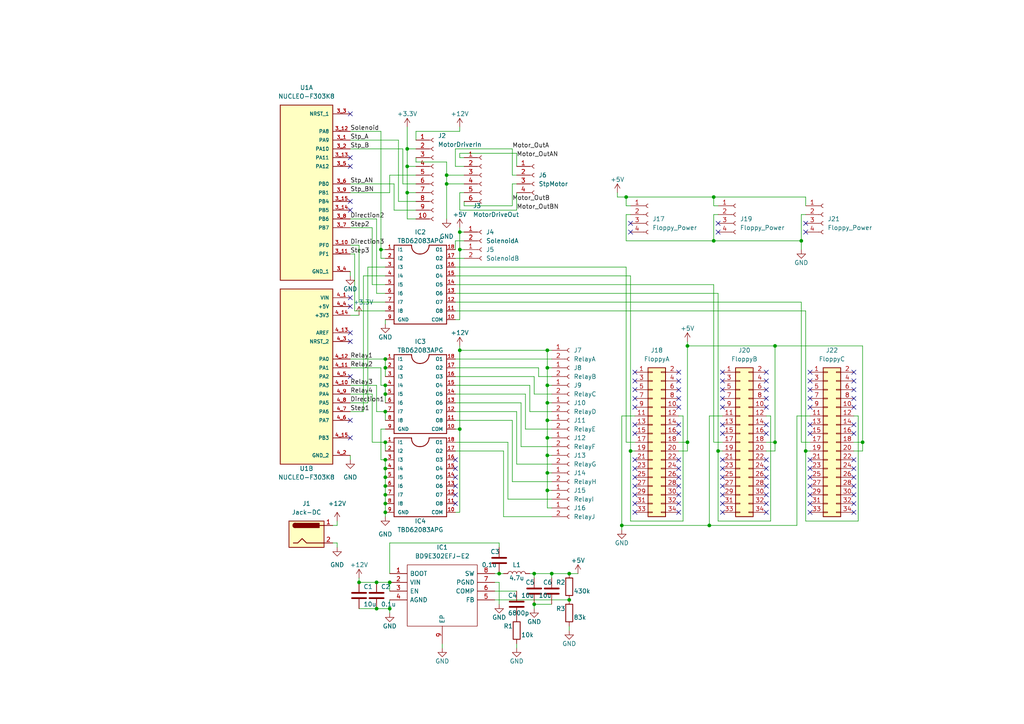
<source format=kicad_sch>
(kicad_sch (version 20211123) (generator eeschema)
  (paper "A4")
  (lib_symbols
    (symbol "BD9E302EFJ-E2:BD9E302EFJ-E2" (pin_names (offset 0.762))
      (property "Reference" "IC" (at 26.67 7.62 0))
      (property "Value" "BD9E302EFJ-E2" (at 26.67 5.08 0))
      (symbol "BD9E302EFJ-E2_0_0"
        (pin passive line (at 0 0 0) (length 5.08) (name "BOOT") (number "1"))
        (pin passive line (at 0 -2.54 0) (length 5.08) (name "VIN") (number "2"))
        (pin passive line (at 0 -5.08 0) (length 5.08) (name "EN") (number "3"))
        (pin passive line (at 0 -7.62 0) (length 5.08) (name "AGND") (number "4"))
        (pin passive line (at 30.48 -7.62 180) (length 5.08) (name "FB") (number "5"))
        (pin passive line (at 30.48 -5.08 180) (length 5.08) (name "COMP") (number "6"))
        (pin passive line (at 30.48 -2.54 180) (length 5.08) (name "PGND") (number "7"))
        (pin passive line (at 30.48 0 180) (length 5.08) (name "SW") (number "8"))
        (pin passive line (at 15.24 -20.32 90) (length 5.08) (name "EP") (number "9"))
      )
    )
    (symbol "Connector:Conn_01x02_Female" (pin_names (offset 1.016) hide)
      (property "Reference" "J" (at 0 2.54 0))
      (property "Value" "Conn_01x02_Female" (at 0 -5.08 0))
      (symbol "Conn_01x02_Female_1_1"
        (pin passive line (at -5.08 0 0) (length 3.81) (name "Pin_1") (number "1"))
        (pin passive line (at -5.08 -2.54 0) (length 3.81) (name "Pin_2") (number "2"))
      )
    )
    (symbol "Connector:Conn_01x04_Female" (pin_names (offset 1.016) hide)
      (property "Reference" "J" (at 0 5.08 0))
      (property "Value" "Conn_01x04_Female" (at 0 -7.62 0))
      (symbol "Conn_01x04_Female_1_1"
        (pin passive line (at -5.08 2.54 0) (length 3.81) (name "Pin_1") (number "1"))
        (pin passive line (at -5.08 0 0) (length 3.81) (name "Pin_2") (number "2"))
        (pin passive line (at -5.08 -2.54 0) (length 3.81) (name "Pin_3") (number "3"))
        (pin passive line (at -5.08 -5.08 0) (length 3.81) (name "Pin_4") (number "4"))
      )
    )
    (symbol "Connector:Conn_01x06_Female" (pin_names (offset 1.016) hide)
      (property "Reference" "J" (at 0 7.62 0))
      (property "Value" "Conn_01x06_Female" (at 0 -10.16 0))
      (symbol "Conn_01x06_Female_1_1"
        (pin passive line (at -5.08 5.08 0) (length 3.81) (name "Pin_1") (number "1"))
        (pin passive line (at -5.08 2.54 0) (length 3.81) (name "Pin_2") (number "2"))
        (pin passive line (at -5.08 0 0) (length 3.81) (name "Pin_3") (number "3"))
        (pin passive line (at -5.08 -2.54 0) (length 3.81) (name "Pin_4") (number "4"))
        (pin passive line (at -5.08 -5.08 0) (length 3.81) (name "Pin_5") (number "5"))
        (pin passive line (at -5.08 -7.62 0) (length 3.81) (name "Pin_6") (number "6"))
      )
    )
    (symbol "Connector:Conn_01x10_Female" (pin_names (offset 1.016) hide)
      (property "Reference" "J" (at 0 12.7 0))
      (property "Value" "Conn_01x10_Female" (at 0 -15.24 0))
      (symbol "Conn_01x10_Female_1_1"
        (pin passive line (at -5.08 10.16 0) (length 3.81) (name "Pin_1") (number "1"))
        (pin passive line (at -5.08 -12.7 0) (length 3.81) (name "Pin_10") (number "10"))
        (pin passive line (at -5.08 7.62 0) (length 3.81) (name "Pin_2") (number "2"))
        (pin passive line (at -5.08 5.08 0) (length 3.81) (name "Pin_3") (number "3"))
        (pin passive line (at -5.08 2.54 0) (length 3.81) (name "Pin_4") (number "4"))
        (pin passive line (at -5.08 0 0) (length 3.81) (name "Pin_5") (number "5"))
        (pin passive line (at -5.08 -2.54 0) (length 3.81) (name "Pin_6") (number "6"))
        (pin passive line (at -5.08 -5.08 0) (length 3.81) (name "Pin_7") (number "7"))
        (pin passive line (at -5.08 -7.62 0) (length 3.81) (name "Pin_8") (number "8"))
        (pin passive line (at -5.08 -10.16 0) (length 3.81) (name "Pin_9") (number "9"))
      )
    )
    (symbol "Connector:Jack-DC" (pin_names (offset 1.016))
      (property "Reference" "J" (at 0 5.334 0))
      (property "Value" "Jack-DC" (at 0 -5.08 0))
      (symbol "Jack-DC_1_1"
        (pin passive line (at 7.62 2.54 180) (length 2.54) (name "~") (number "1"))
        (pin passive line (at 7.62 -2.54 180) (length 2.54) (name "~") (number "2"))
      )
    )
    (symbol "Connector_Generic:Conn_02x17_Odd_Even" (pin_names (offset 1.016) hide)
      (property "Reference" "J" (at 1.27 22.86 0))
      (property "Value" "Conn_02x17_Odd_Even" (at 1.27 -22.86 0))
      (symbol "Conn_02x17_Odd_Even_1_1"
        (pin passive line (at -5.08 20.32 0) (length 3.81) (name "Pin_1") (number "1"))
        (pin passive line (at 7.62 10.16 180) (length 3.81) (name "Pin_10") (number "10"))
        (pin passive line (at -5.08 7.62 0) (length 3.81) (name "Pin_11") (number "11"))
        (pin passive line (at 7.62 7.62 180) (length 3.81) (name "Pin_12") (number "12"))
        (pin passive line (at -5.08 5.08 0) (length 3.81) (name "Pin_13") (number "13"))
        (pin passive line (at 7.62 5.08 180) (length 3.81) (name "Pin_14") (number "14"))
        (pin passive line (at -5.08 2.54 0) (length 3.81) (name "Pin_15") (number "15"))
        (pin passive line (at 7.62 2.54 180) (length 3.81) (name "Pin_16") (number "16"))
        (pin passive line (at -5.08 0 0) (length 3.81) (name "Pin_17") (number "17"))
        (pin passive line (at 7.62 0 180) (length 3.81) (name "Pin_18") (number "18"))
        (pin passive line (at -5.08 -2.54 0) (length 3.81) (name "Pin_19") (number "19"))
        (pin passive line (at 7.62 20.32 180) (length 3.81) (name "Pin_2") (number "2"))
        (pin passive line (at 7.62 -2.54 180) (length 3.81) (name "Pin_20") (number "20"))
        (pin passive line (at -5.08 -5.08 0) (length 3.81) (name "Pin_21") (number "21"))
        (pin passive line (at 7.62 -5.08 180) (length 3.81) (name "Pin_22") (number "22"))
        (pin passive line (at -5.08 -7.62 0) (length 3.81) (name "Pin_23") (number "23"))
        (pin passive line (at 7.62 -7.62 180) (length 3.81) (name "Pin_24") (number "24"))
        (pin passive line (at -5.08 -10.16 0) (length 3.81) (name "Pin_25") (number "25"))
        (pin passive line (at 7.62 -10.16 180) (length 3.81) (name "Pin_26") (number "26"))
        (pin passive line (at -5.08 -12.7 0) (length 3.81) (name "Pin_27") (number "27"))
        (pin passive line (at 7.62 -12.7 180) (length 3.81) (name "Pin_28") (number "28"))
        (pin passive line (at -5.08 -15.24 0) (length 3.81) (name "Pin_29") (number "29"))
        (pin passive line (at -5.08 17.78 0) (length 3.81) (name "Pin_3") (number "3"))
        (pin passive line (at 7.62 -15.24 180) (length 3.81) (name "Pin_30") (number "30"))
        (pin passive line (at -5.08 -17.78 0) (length 3.81) (name "Pin_31") (number "31"))
        (pin passive line (at 7.62 -17.78 180) (length 3.81) (name "Pin_32") (number "32"))
        (pin passive line (at -5.08 -20.32 0) (length 3.81) (name "Pin_33") (number "33"))
        (pin passive line (at 7.62 -20.32 180) (length 3.81) (name "Pin_34") (number "34"))
        (pin passive line (at 7.62 17.78 180) (length 3.81) (name "Pin_4") (number "4"))
        (pin passive line (at -5.08 15.24 0) (length 3.81) (name "Pin_5") (number "5"))
        (pin passive line (at 7.62 15.24 180) (length 3.81) (name "Pin_6") (number "6"))
        (pin passive line (at -5.08 12.7 0) (length 3.81) (name "Pin_7") (number "7"))
        (pin passive line (at 7.62 12.7 180) (length 3.81) (name "Pin_8") (number "8"))
        (pin passive line (at -5.08 10.16 0) (length 3.81) (name "Pin_9") (number "9"))
      )
    )
    (symbol "Device:C" (pin_numbers hide) (pin_names (offset 0.254))
      (property "Reference" "C" (at 0.635 2.54 0))
      (property "Value" "C" (at 0.635 -2.54 0))
      (symbol "C_1_1"
        (pin passive line (at 0 3.81 270) (length 2.794) (name "~") (number "1"))
        (pin passive line (at 0 -3.81 90) (length 2.794) (name "~") (number "2"))
      )
    )
    (symbol "Device:L" (pin_numbers hide) (pin_names (offset 1.016) hide)
      (property "Reference" "L" (at -1.27 0 90))
      (property "Value" "L" (at 1.905 0 90))
      (symbol "L_1_1"
        (pin passive line (at 0 3.81 270) (length 1.27) (name "1") (number "1"))
        (pin passive line (at 0 -3.81 90) (length 1.27) (name "2") (number "2"))
      )
    )
    (symbol "Device:R" (pin_numbers hide) (pin_names (offset 0))
      (property "Reference" "R" (at 2.032 0 90))
      (property "Value" "R" (at 0 0 90))
      (symbol "R_1_1"
        (pin passive line (at 0 3.81 270) (length 1.27) (name "~") (number "1"))
        (pin passive line (at 0 -3.81 90) (length 1.27) (name "~") (number "2"))
      )
    )
    (symbol "NUCLEO-F303K8:NUCLEO-F303K8" (pin_names (offset 1.016))
      (property "Reference" "U" (at -7.6292 25.9456 0))
      (property "Value" "NUCLEO-F303K8" (at -7.6233 -27.7005 0))
      (symbol "NUCLEO-F303K8_1_0"
        (pin bidirectional line (at 12.7 15.24 180) (length 5.08) (name "PA9") (number "3_1"))
        (pin bidirectional line (at 12.7 -15.24 180) (length 5.08) (name "PF0") (number "3_10"))
        (pin bidirectional line (at 12.7 -17.78 180) (length 5.08) (name "PF1") (number "3_11"))
        (pin bidirectional line (at 12.7 17.78 180) (length 5.08) (name "PA8") (number "3_12"))
        (pin bidirectional line (at 12.7 10.16 180) (length 5.08) (name "PA11") (number "3_13"))
        (pin bidirectional line (at 12.7 -5.08 180) (length 5.08) (name "PB5") (number "3_14"))
        (pin bidirectional line (at 12.7 -2.54 180) (length 5.08) (name "PB4") (number "3_15"))
        (pin bidirectional line (at 12.7 12.7 180) (length 5.08) (name "PA10") (number "3_2"))
        (pin bidirectional line (at 12.7 22.86 180) (length 5.08) (name "NRST_1") (number "3_3"))
        (pin power_in line (at 12.7 -22.86 180) (length 5.08) (name "GND_1") (number "3_4"))
        (pin bidirectional line (at 12.7 7.62 180) (length 5.08) (name "PA12") (number "3_5"))
        (pin bidirectional line (at 12.7 2.54 180) (length 5.08) (name "PB0") (number "3_6"))
        (pin bidirectional line (at 12.7 -10.16 180) (length 5.08) (name "PB7") (number "3_7"))
        (pin bidirectional line (at 12.7 -7.62 180) (length 5.08) (name "PB6") (number "3_8"))
        (pin bidirectional line (at 12.7 0 180) (length 5.08) (name "PB1") (number "3_9"))
      )
      (symbol "NUCLEO-F303K8_2_0"
        (pin power_in line (at 12.7 22.86 180) (length 5.08) (name "VIN") (number "4_1"))
        (pin bidirectional line (at 12.7 -2.54 180) (length 5.08) (name "PA3") (number "4_10"))
        (pin bidirectional line (at 12.7 2.54 180) (length 5.08) (name "PA1") (number "4_11"))
        (pin bidirectional line (at 12.7 5.08 180) (length 5.08) (name "PA0") (number "4_12"))
        (pin bidirectional line (at 12.7 12.7 180) (length 5.08) (name "AREF") (number "4_13"))
        (pin power_in line (at 12.7 17.78 180) (length 5.08) (name "+3V3") (number "4_14"))
        (pin bidirectional line (at 12.7 -17.78 180) (length 5.08) (name "PB3") (number "4_15"))
        (pin power_in line (at 12.7 -22.86 180) (length 5.08) (name "GND_2") (number "4_2"))
        (pin bidirectional line (at 12.7 10.16 180) (length 5.08) (name "NRST_2") (number "4_3"))
        (pin power_in line (at 12.7 20.32 180) (length 5.08) (name "+5V") (number "4_4"))
        (pin bidirectional line (at 12.7 0 180) (length 5.08) (name "PA2") (number "4_5"))
        (pin bidirectional line (at 12.7 -12.7 180) (length 5.08) (name "PA7") (number "4_6"))
        (pin bidirectional line (at 12.7 -10.16 180) (length 5.08) (name "PA6") (number "4_7"))
        (pin bidirectional line (at 12.7 -7.62 180) (length 5.08) (name "PA5") (number "4_8"))
        (pin bidirectional line (at 12.7 -5.08 180) (length 5.08) (name "PA4") (number "4_9"))
      )
    )
    (symbol "TBD62083APG:TBD62083APG" (pin_names (offset 1.016))
      (property "Reference" "IC" (at -4.445 12.065 0))
      (property "Value" "TBD62083APG" (at -4.445 -13.97 0))
      (symbol "TBD62083APG_0_0"
        (pin passive line (at -7.62 10.16 0) (length 2.54) (name "I1") (number "1"))
        (pin passive line (at 12.7 -10.16 180) (length 2.54) (name "COM") (number "10"))
        (pin passive line (at 12.7 -7.62 180) (length 2.54) (name "O8") (number "11"))
        (pin passive line (at 12.7 -5.08 180) (length 2.54) (name "O7") (number "12"))
        (pin passive line (at 12.7 -2.54 180) (length 2.54) (name "O6") (number "13"))
        (pin passive line (at 12.7 0 180) (length 2.54) (name "O5") (number "14"))
        (pin passive line (at 12.7 2.54 180) (length 2.54) (name "O4") (number "15"))
        (pin passive line (at 12.7 5.08 180) (length 2.54) (name "O3") (number "16"))
        (pin passive line (at 12.7 7.62 180) (length 2.54) (name "O2") (number "17"))
        (pin passive line (at 12.7 10.16 180) (length 2.54) (name "O1") (number "18"))
        (pin passive line (at -7.62 7.62 0) (length 2.54) (name "I2") (number "2"))
        (pin passive line (at -7.62 5.08 0) (length 2.54) (name "I3") (number "3"))
        (pin passive line (at -7.62 2.54 0) (length 2.54) (name "I4") (number "4"))
        (pin passive line (at -7.62 0 0) (length 2.54) (name "I5") (number "5"))
        (pin passive line (at -7.62 -2.54 0) (length 2.54) (name "I6") (number "6"))
        (pin passive line (at -7.62 -5.08 0) (length 2.54) (name "I7") (number "7"))
        (pin passive line (at -7.62 -7.62 0) (length 2.54) (name "I8") (number "8"))
        (pin passive line (at -7.62 -10.16 0) (length 2.54) (name "GND") (number "9"))
      )
    )
    (symbol "power:+12V" (power) (pin_names (offset 0))
      (property "Value" "+12V" (at 0 3.556 0))
      (symbol "+12V_1_1"
        (pin power_in line (at 0 0 90) (length 0) hide (name "+12V") (number "1"))
      )
    )
    (symbol "power:+3.3V" (power) (pin_names (offset 0))
      (property "Value" "+3.3V" (at 0 3.556 0))
      (symbol "+3.3V_1_1"
        (pin power_in line (at 0 0 90) (length 0) hide (name "+3.3V") (number "1"))
      )
    )
    (symbol "power:+5V" (power) (pin_names (offset 0))
      (property "Value" "+5V" (at 0 3.556 0))
      (symbol "+5V_1_1"
        (pin power_in line (at 0 0 90) (length 0) hide (name "+5V") (number "1"))
      )
    )
    (symbol "power:GND" (power) (pin_names (offset 0))
      (property "Value" "GND" (at 0 -3.81 0))
      (symbol "GND_1_1"
        (pin power_in line (at 0 0 270) (length 0) hide (name "GND") (number "1"))
      )
    )
  )
  (junction (at 250.19 128.27))
  (junction (at 113.03 168.91))
  (junction (at 133.35 72.39))
  (junction (at 129.54 50.8))
  (junction (at 158.75 137.16))
  (junction (at 199.39 128.27))
  (junction (at 158.75 127))
  (junction (at 233.68 130.81))
  (junction (at 165.1 166.37))
  (junction (at 109.22 168.91))
  (junction (at 158.75 121.92))
  (junction (at 110.49 72.39))
  (junction (at 158.75 111.76))
  (junction (at 154.94 175.26))
  (junction (at 158.75 116.84))
  (junction (at 111.76 135.89))
  (junction (at 207.01 69.85))
  (junction (at 111.76 111.76))
  (junction (at 111.76 146.05))
  (junction (at 182.88 130.81))
  (junction (at 111.76 119.38))
  (junction (at 158.75 106.68))
  (junction (at 129.54 53.34))
  (junction (at 158.75 142.24))
  (junction (at 104.14 168.91))
  (junction (at 133.35 67.31))
  (junction (at 111.76 138.43))
  (junction (at 111.76 114.3))
  (junction (at 111.76 148.59))
  (junction (at 181.61 57.15))
  (junction (at 158.75 132.08))
  (junction (at 144.78 166.37))
  (junction (at 118.11 43.18))
  (junction (at 133.35 101.6))
  (junction (at 158.75 101.6))
  (junction (at 111.76 104.14))
  (junction (at 109.22 176.53))
  (junction (at 224.79 100.33))
  (junction (at 199.39 100.33))
  (junction (at 111.76 106.68))
  (junction (at 133.35 124.46))
  (junction (at 111.76 133.35))
  (junction (at 205.74 152.4))
  (junction (at 224.79 128.27))
  (junction (at 160.02 166.37))
  (junction (at 232.41 69.85))
  (junction (at 154.94 166.37))
  (junction (at 118.11 48.26))
  (junction (at 111.76 143.51))
  (junction (at 207.01 57.15))
  (junction (at 111.76 128.27))
  (junction (at 113.03 176.53))
  (junction (at 111.76 140.97))
  (junction (at 118.11 55.88))
  (junction (at 208.28 130.81))
  (junction (at 165.1 173.99))
  (junction (at 180.34 152.4))
  (no_connect (at 234.95 123.19))
  (no_connect (at 234.95 118.11))
  (no_connect (at 234.95 113.03))
  (no_connect (at 234.95 115.57))
  (no_connect (at 234.95 146.05))
  (no_connect (at 234.95 143.51))
  (no_connect (at 234.95 140.97))
  (no_connect (at 247.65 125.73))
  (no_connect (at 234.95 125.73))
  (no_connect (at 247.65 123.19))
  (no_connect (at 132.08 135.89))
  (no_connect (at 132.08 138.43))
  (no_connect (at 132.08 140.97))
  (no_connect (at 132.08 143.51))
  (no_connect (at 132.08 146.05))
  (no_connect (at 132.08 133.35))
  (no_connect (at 222.25 107.95))
  (no_connect (at 222.25 115.57))
  (no_connect (at 222.25 118.11))
  (no_connect (at 222.25 110.49))
  (no_connect (at 222.25 113.03))
  (no_connect (at 196.85 125.73))
  (no_connect (at 209.55 115.57))
  (no_connect (at 209.55 148.59))
  (no_connect (at 196.85 146.05))
  (no_connect (at 196.85 138.43))
  (no_connect (at 196.85 148.59))
  (no_connect (at 184.15 135.89))
  (no_connect (at 184.15 133.35))
  (no_connect (at 184.15 138.43))
  (no_connect (at 184.15 140.97))
  (no_connect (at 196.85 143.51))
  (no_connect (at 196.85 140.97))
  (no_connect (at 196.85 135.89))
  (no_connect (at 196.85 133.35))
  (no_connect (at 184.15 146.05))
  (no_connect (at 184.15 143.51))
  (no_connect (at 184.15 148.59))
  (no_connect (at 184.15 115.57))
  (no_connect (at 222.25 135.89))
  (no_connect (at 222.25 125.73))
  (no_connect (at 222.25 123.19))
  (no_connect (at 222.25 133.35))
  (no_connect (at 222.25 138.43))
  (no_connect (at 222.25 140.97))
  (no_connect (at 222.25 148.59))
  (no_connect (at 222.25 146.05))
  (no_connect (at 222.25 143.51))
  (no_connect (at 184.15 118.11))
  (no_connect (at 184.15 107.95))
  (no_connect (at 184.15 110.49))
  (no_connect (at 184.15 125.73))
  (no_connect (at 184.15 123.19))
  (no_connect (at 184.15 113.03))
  (no_connect (at 209.55 107.95))
  (no_connect (at 209.55 118.11))
  (no_connect (at 196.85 123.19))
  (no_connect (at 196.85 115.57))
  (no_connect (at 196.85 118.11))
  (no_connect (at 196.85 110.49))
  (no_connect (at 196.85 113.03))
  (no_connect (at 196.85 107.95))
  (no_connect (at 209.55 113.03))
  (no_connect (at 209.55 110.49))
  (no_connect (at 209.55 143.51))
  (no_connect (at 209.55 146.05))
  (no_connect (at 209.55 138.43))
  (no_connect (at 209.55 135.89))
  (no_connect (at 209.55 140.97))
  (no_connect (at 209.55 125.73))
  (no_connect (at 209.55 133.35))
  (no_connect (at 209.55 123.19))
  (no_connect (at 234.95 148.59))
  (no_connect (at 247.65 140.97))
  (no_connect (at 247.65 148.59))
  (no_connect (at 247.65 146.05))
  (no_connect (at 247.65 143.51))
  (no_connect (at 247.65 138.43))
  (no_connect (at 247.65 135.89))
  (no_connect (at 247.65 133.35))
  (no_connect (at 234.95 133.35))
  (no_connect (at 234.95 138.43))
  (no_connect (at 234.95 135.89))
  (no_connect (at 208.28 64.77))
  (no_connect (at 182.88 67.31))
  (no_connect (at 182.88 64.77))
  (no_connect (at 101.6 99.06))
  (no_connect (at 101.6 96.52))
  (no_connect (at 101.6 88.9))
  (no_connect (at 101.6 86.36))
  (no_connect (at 101.6 109.22))
  (no_connect (at 101.6 121.92))
  (no_connect (at 101.6 127))
  (no_connect (at 101.6 58.42))
  (no_connect (at 101.6 60.96))
  (no_connect (at 101.6 48.26))
  (no_connect (at 101.6 33.02))
  (no_connect (at 101.6 45.72))
  (no_connect (at 233.68 67.31))
  (no_connect (at 208.28 67.31))
  (no_connect (at 247.65 107.95))
  (no_connect (at 247.65 118.11))
  (no_connect (at 247.65 110.49))
  (no_connect (at 247.65 113.03))
  (no_connect (at 247.65 115.57))
  (no_connect (at 234.95 110.49))
  (no_connect (at 234.95 107.95))
  (no_connect (at 233.68 64.77))
  (wire (pts (xy 101.6 91.44) (xy 104.14 91.44)))
  (wire (pts (xy 129.54 53.34) (xy 134.62 53.34)))
  (wire (pts (xy 102.87 73.66) (xy 102.87 90.17)))
  (wire (pts (xy 158.75 111.76) (xy 160.02 111.76)))
  (wire (pts (xy 97.79 157.48) (xy 97.79 158.75)))
  (wire (pts (xy 101.6 106.68) (xy 110.49 106.68)))
  (wire (pts (xy 223.52 120.65) (xy 222.25 120.65)))
  (wire (pts (xy 114.3 53.34) (xy 114.3 60.96)))
  (wire (pts (xy 101.6 119.38) (xy 105.41 119.38)))
  (wire (pts (xy 156.21 106.68) (xy 156.21 109.22)))
  (wire (pts (xy 111.76 148.59) (xy 111.76 149.86)))
  (wire (pts (xy 181.61 57.15) (xy 181.61 59.69)))
  (wire (pts (xy 182.88 130.81) (xy 182.88 151.13)))
  (wire (pts (xy 110.49 111.76) (xy 111.76 111.76)))
  (wire (pts (xy 179.07 57.15) (xy 181.61 57.15)))
  (wire (pts (xy 132.08 124.46) (xy 133.35 124.46)))
  (wire (pts (xy 154.94 109.22) (xy 132.08 109.22)))
  (wire (pts (xy 110.49 106.68) (xy 110.49 111.76)))
  (wire (pts (xy 154.94 109.22) (xy 154.94 114.3)))
  (wire (pts (xy 101.6 116.84) (xy 106.68 116.84)))
  (wire (pts (xy 248.92 151.13) (xy 248.92 120.65)))
  (wire (pts (xy 96.52 152.4) (xy 97.79 152.4)))
  (wire (pts (xy 113.03 166.37) (xy 113.03 157.48)))
  (wire (pts (xy 132.08 77.47) (xy 181.61 77.47)))
  (wire (pts (xy 118.11 36.83) (xy 118.11 43.18)))
  (wire (pts (xy 110.49 72.39) (xy 111.76 72.39)))
  (wire (pts (xy 154.94 175.26) (xy 154.94 176.53)))
  (wire (pts (xy 184.15 130.81) (xy 182.88 130.81)))
  (wire (pts (xy 208.28 151.13) (xy 223.52 151.13)))
  (wire (pts (xy 113.03 50.8) (xy 120.65 50.8)))
  (wire (pts (xy 110.49 72.39) (xy 110.49 74.93)))
  (wire (pts (xy 101.6 80.01) (xy 101.6 78.74)))
  (wire (pts (xy 207.01 128.27) (xy 207.01 82.55)))
  (wire (pts (xy 234.95 130.81) (xy 233.68 130.81)))
  (wire (pts (xy 250.19 128.27) (xy 247.65 128.27)))
  (wire (pts (xy 134.62 45.72) (xy 133.35 45.72)))
  (wire (pts (xy 199.39 99.06) (xy 199.39 100.33)))
  (wire (pts (xy 109.22 63.5) (xy 109.22 85.09)))
  (wire (pts (xy 111.76 119.38) (xy 111.76 121.92)))
  (wire (pts (xy 116.84 53.34) (xy 120.65 53.34)))
  (wire (pts (xy 208.28 130.81) (xy 208.28 151.13)))
  (wire (pts (xy 132.08 106.68) (xy 156.21 106.68)))
  (wire (pts (xy 132.08 111.76) (xy 153.67 111.76)))
  (wire (pts (xy 143.51 171.45) (xy 149.86 171.45)))
  (wire (pts (xy 109.22 168.91) (xy 113.03 168.91)))
  (wire (pts (xy 134.62 58.42) (xy 134.62 59.69)))
  (wire (pts (xy 129.54 53.34) (xy 129.54 63.5)))
  (wire (pts (xy 113.03 173.99) (xy 113.03 176.53)))
  (wire (pts (xy 120.65 45.72) (xy 120.65 46.99)))
  (wire (pts (xy 132.08 72.39) (xy 132.08 69.85)))
  (wire (pts (xy 111.76 135.89) (xy 111.76 138.43)))
  (wire (pts (xy 233.68 151.13) (xy 248.92 151.13)))
  (wire (pts (xy 133.35 72.39) (xy 134.62 72.39)))
  (wire (pts (xy 116.84 43.18) (xy 116.84 53.34)))
  (wire (pts (xy 181.61 62.23) (xy 181.61 69.85)))
  (wire (pts (xy 209.55 130.81) (xy 208.28 130.81)))
  (wire (pts (xy 231.14 120.65) (xy 234.95 120.65)))
  (wire (pts (xy 247.65 130.81) (xy 250.19 130.81)))
  (wire (pts (xy 129.54 46.99) (xy 129.54 50.8)))
  (wire (pts (xy 106.68 77.47) (xy 106.68 116.84)))
  (wire (pts (xy 101.6 53.34) (xy 114.3 53.34)))
  (wire (pts (xy 184.15 128.27) (xy 181.61 128.27)))
  (wire (pts (xy 96.52 157.48) (xy 97.79 157.48)))
  (wire (pts (xy 109.22 119.38) (xy 111.76 119.38)))
  (wire (pts (xy 160.02 166.37) (xy 165.1 166.37)))
  (wire (pts (xy 111.76 140.97) (xy 111.76 143.51)))
  (wire (pts (xy 134.62 48.26) (xy 132.08 48.26)))
  (wire (pts (xy 132.08 104.14) (xy 160.02 104.14)))
  (wire (pts (xy 209.55 128.27) (xy 207.01 128.27)))
  (wire (pts (xy 160.02 166.37) (xy 160.02 167.64)))
  (wire (pts (xy 250.19 100.33) (xy 250.19 128.27)))
  (wire (pts (xy 147.32 128.27) (xy 147.32 144.78)))
  (wire (pts (xy 133.35 55.88) (xy 133.35 60.96)))
  (wire (pts (xy 101.6 114.3) (xy 107.95 114.3)))
  (wire (pts (xy 180.34 120.65) (xy 180.34 152.4)))
  (wire (pts (xy 149.86 134.62) (xy 160.02 134.62)))
  (wire (pts (xy 115.57 58.42) (xy 120.65 58.42)))
  (wire (pts (xy 132.08 90.17) (xy 233.68 90.17)))
  (wire (pts (xy 111.76 133.35) (xy 111.76 135.89)))
  (wire (pts (xy 118.11 63.5) (xy 120.65 63.5)))
  (wire (pts (xy 111.76 104.14) (xy 111.76 106.68)))
  (wire (pts (xy 132.08 43.18) (xy 148.59 43.18)))
  (wire (pts (xy 104.14 176.53) (xy 109.22 176.53)))
  (wire (pts (xy 132.08 121.92) (xy 148.59 121.92)))
  (wire (pts (xy 132.08 48.26) (xy 132.08 43.18)))
  (wire (pts (xy 199.39 128.27) (xy 196.85 128.27)))
  (wire (pts (xy 199.39 100.33) (xy 224.79 100.33)))
  (wire (pts (xy 151.13 129.54) (xy 160.02 129.54)))
  (wire (pts (xy 165.1 166.37) (xy 167.64 166.37)))
  (wire (pts (xy 143.51 166.37) (xy 144.78 166.37)))
  (wire (pts (xy 115.57 40.64) (xy 115.57 58.42)))
  (wire (pts (xy 129.54 50.8) (xy 129.54 53.34)))
  (wire (pts (xy 181.61 69.85) (xy 207.01 69.85)))
  (wire (pts (xy 148.59 53.34) (xy 149.86 53.34)))
  (wire (pts (xy 109.22 176.53) (xy 113.03 176.53)))
  (wire (pts (xy 208.28 85.09) (xy 208.28 130.81)))
  (wire (pts (xy 207.01 57.15) (xy 233.68 57.15)))
  (wire (pts (xy 149.86 60.96) (xy 149.86 55.88)))
  (wire (pts (xy 158.75 127) (xy 160.02 127)))
  (wire (pts (xy 207.01 62.23) (xy 207.01 69.85)))
  (wire (pts (xy 101.6 132.08) (xy 101.6 133.35)))
  (wire (pts (xy 106.68 77.47) (xy 111.76 77.47)))
  (wire (pts (xy 232.41 87.63) (xy 132.08 87.63)))
  (wire (pts (xy 199.39 100.33) (xy 199.39 128.27)))
  (wire (pts (xy 113.03 176.53) (xy 113.03 177.8)))
  (wire (pts (xy 111.76 82.55) (xy 107.95 82.55)))
  (wire (pts (xy 128.27 186.69) (xy 128.27 187.96)))
  (wire (pts (xy 148.59 139.7) (xy 160.02 139.7)))
  (wire (pts (xy 224.79 128.27) (xy 224.79 130.81)))
  (wire (pts (xy 152.4 114.3) (xy 152.4 124.46)))
  (wire (pts (xy 196.85 130.81) (xy 199.39 130.81)))
  (wire (pts (xy 134.62 55.88) (xy 133.35 55.88)))
  (wire (pts (xy 118.11 43.18) (xy 120.65 43.18)))
  (wire (pts (xy 105.41 80.01) (xy 105.41 119.38)))
  (wire (pts (xy 120.65 38.1) (xy 133.35 38.1)))
  (wire (pts (xy 205.74 152.4) (xy 231.14 152.4)))
  (wire (pts (xy 143.51 173.99) (xy 165.1 173.99)))
  (wire (pts (xy 144.78 168.91) (xy 144.78 175.26)))
  (wire (pts (xy 222.25 130.81) (xy 224.79 130.81)))
  (wire (pts (xy 104.14 167.64) (xy 104.14 168.91)))
  (wire (pts (xy 110.49 38.1) (xy 101.6 38.1)))
  (wire (pts (xy 118.11 48.26) (xy 118.11 55.88)))
  (wire (pts (xy 182.88 130.81) (xy 182.88 80.01)))
  (wire (pts (xy 133.35 36.83) (xy 133.35 38.1)))
  (wire (pts (xy 180.34 152.4) (xy 180.34 153.67)))
  (wire (pts (xy 111.76 114.3) (xy 111.76 116.84)))
  (wire (pts (xy 180.34 152.4) (xy 205.74 152.4)))
  (wire (pts (xy 154.94 166.37) (xy 160.02 166.37)))
  (wire (pts (xy 160.02 149.86) (xy 146.05 149.86)))
  (wire (pts (xy 153.67 111.76) (xy 153.67 119.38)))
  (wire (pts (xy 105.41 80.01) (xy 111.76 80.01)))
  (wire (pts (xy 111.76 87.63) (xy 104.14 87.63)))
  (wire (pts (xy 118.11 55.88) (xy 118.11 63.5)))
  (wire (pts (xy 133.35 60.96) (xy 149.86 60.96)))
  (wire (pts (xy 101.6 55.88) (xy 113.03 55.88)))
  (wire (pts (xy 143.51 168.91) (xy 144.78 168.91)))
  (wire (pts (xy 133.35 45.72) (xy 133.35 44.45)))
  (wire (pts (xy 158.75 116.84) (xy 160.02 116.84)))
  (wire (pts (xy 118.11 55.88) (xy 120.65 55.88)))
  (wire (pts (xy 198.12 151.13) (xy 182.88 151.13)))
  (wire (pts (xy 158.75 101.6) (xy 160.02 101.6)))
  (wire (pts (xy 132.08 148.59) (xy 133.35 148.59)))
  (wire (pts (xy 101.6 40.64) (xy 115.57 40.64)))
  (wire (pts (xy 151.13 116.84) (xy 132.08 116.84)))
  (wire (pts (xy 224.79 100.33) (xy 224.79 128.27)))
  (wire (pts (xy 148.59 59.69) (xy 148.59 53.34)))
  (wire (pts (xy 114.3 60.96) (xy 120.65 60.96)))
  (wire (pts (xy 113.03 168.91) (xy 113.03 171.45)))
  (wire (pts (xy 231.14 152.4) (xy 231.14 120.65)))
  (wire (pts (xy 179.07 55.88) (xy 179.07 57.15)))
  (wire (pts (xy 101.6 43.18) (xy 116.84 43.18)))
  (wire (pts (xy 207.01 82.55) (xy 132.08 82.55)))
  (wire (pts (xy 113.03 157.48) (xy 144.78 157.48)))
  (wire (pts (xy 232.41 69.85) (xy 232.41 72.39)))
  (wire (pts (xy 101.6 71.12) (xy 104.14 71.12)))
  (wire (pts (xy 233.68 57.15) (xy 233.68 59.69)))
  (wire (pts (xy 133.35 67.31) (xy 133.35 72.39)))
  (wire (pts (xy 133.35 72.39) (xy 133.35 92.71)))
  (wire (pts (xy 158.75 111.76) (xy 158.75 106.68)))
  (wire (pts (xy 107.95 128.27) (xy 111.76 128.27)))
  (wire (pts (xy 133.35 101.6) (xy 158.75 101.6)))
  (wire (pts (xy 107.95 114.3) (xy 107.95 128.27)))
  (wire (pts (xy 101.6 104.14) (xy 111.76 104.14)))
  (wire (pts (xy 102.87 90.17) (xy 111.76 90.17)))
  (wire (pts (xy 104.14 168.91) (xy 109.22 168.91)))
  (wire (pts (xy 158.75 106.68) (xy 158.75 101.6)))
  (wire (pts (xy 101.6 63.5) (xy 109.22 63.5)))
  (wire (pts (xy 133.35 101.6) (xy 133.35 124.46)))
  (wire (pts (xy 132.08 74.93) (xy 134.62 74.93)))
  (wire (pts (xy 111.76 143.51) (xy 111.76 146.05)))
  (wire (pts (xy 134.62 59.69) (xy 148.59 59.69)))
  (wire (pts (xy 196.85 120.65) (xy 198.12 120.65)))
  (wire (pts (xy 118.11 43.18) (xy 118.11 48.26)))
  (wire (pts (xy 97.79 152.4) (xy 97.79 151.13)))
  (wire (pts (xy 158.75 127) (xy 158.75 121.92)))
  (wire (pts (xy 101.6 66.04) (xy 107.95 66.04)))
  (wire (pts (xy 153.67 119.38) (xy 160.02 119.38)))
  (wire (pts (xy 222.25 128.27) (xy 224.79 128.27)))
  (wire (pts (xy 120.65 46.99) (xy 129.54 46.99)))
  (wire (pts (xy 205.74 120.65) (xy 209.55 120.65)))
  (wire (pts (xy 146.05 130.81) (xy 132.08 130.81)))
  (wire (pts (xy 233.68 90.17) (xy 233.68 130.81)))
  (wire (pts (xy 149.86 119.38) (xy 132.08 119.38)))
  (wire (pts (xy 104.14 71.12) (xy 104.14 87.63)))
  (wire (pts (xy 248.92 120.65) (xy 247.65 120.65)))
  (wire (pts (xy 158.75 142.24) (xy 158.75 137.16)))
  (wire (pts (xy 184.15 120.65) (xy 180.34 120.65)))
  (wire (pts (xy 154.94 175.26) (xy 160.02 175.26)))
  (wire (pts (xy 147.32 144.78) (xy 160.02 144.78)))
  (wire (pts (xy 250.19 130.81) (xy 250.19 128.27)))
  (wire (pts (xy 111.76 111.76) (xy 111.76 114.3)))
  (wire (pts (xy 133.35 92.71) (xy 132.08 92.71)))
  (wire (pts (xy 158.75 132.08) (xy 158.75 127)))
  (wire (pts (xy 110.49 133.35) (xy 110.49 124.46)))
  (wire (pts (xy 223.52 120.65) (xy 223.52 151.13)))
  (wire (pts (xy 144.78 157.48) (xy 144.78 158.75)))
  (wire (pts (xy 160.02 147.32) (xy 158.75 147.32)))
  (wire (pts (xy 134.62 50.8) (xy 129.54 50.8)))
  (wire (pts (xy 133.35 44.45) (xy 149.86 44.45)))
  (wire (pts (xy 111.76 106.68) (xy 111.76 109.22)))
  (wire (pts (xy 102.87 73.66) (xy 101.6 73.66)))
  (wire (pts (xy 153.67 166.37) (xy 154.94 166.37)))
  (wire (pts (xy 182.88 59.69) (xy 181.61 59.69)))
  (wire (pts (xy 208.28 62.23) (xy 207.01 62.23)))
  (wire (pts (xy 158.75 147.32) (xy 158.75 142.24)))
  (wire (pts (xy 158.75 132.08) (xy 160.02 132.08)))
  (wire (pts (xy 208.28 59.69) (xy 207.01 59.69)))
  (wire (pts (xy 158.75 142.24) (xy 160.02 142.24)))
  (wire (pts (xy 111.76 138.43) (xy 111.76 140.97)))
  (wire (pts (xy 152.4 124.46) (xy 160.02 124.46)))
  (wire (pts (xy 198.12 120.65) (xy 198.12 151.13)))
  (wire (pts (xy 207.01 69.85) (xy 232.41 69.85)))
  (wire (pts (xy 110.49 74.93) (xy 111.76 74.93)))
  (wire (pts (xy 158.75 137.16) (xy 160.02 137.16)))
  (wire (pts (xy 101.6 111.76) (xy 109.22 111.76)))
  (wire (pts (xy 207.01 57.15) (xy 207.01 59.69)))
  (wire (pts (xy 158.75 121.92) (xy 158.75 116.84)))
  (wire (pts (xy 120.65 38.1) (xy 120.65 40.64)))
  (wire (pts (xy 233.68 130.81) (xy 233.68 151.13)))
  (wire (pts (xy 151.13 129.54) (xy 151.13 116.84)))
  (wire (pts (xy 181.61 128.27) (xy 181.61 77.47)))
  (wire (pts (xy 158.75 137.16) (xy 158.75 132.08)))
  (wire (pts (xy 182.88 80.01) (xy 132.08 80.01)))
  (wire (pts (xy 132.08 69.85) (xy 134.62 69.85)))
  (wire (pts (xy 181.61 57.15) (xy 207.01 57.15)))
  (wire (pts (xy 156.21 109.22) (xy 160.02 109.22)))
  (wire (pts (xy 118.11 48.26) (xy 120.65 48.26)))
  (wire (pts (xy 158.75 106.68) (xy 160.02 106.68)))
  (wire (pts (xy 111.76 133.35) (xy 110.49 133.35)))
  (wire (pts (xy 165.1 181.61) (xy 165.1 182.88)))
  (wire (pts (xy 182.88 62.23) (xy 181.61 62.23)))
  (wire (pts (xy 111.76 146.05) (xy 111.76 148.59)))
  (wire (pts (xy 144.78 166.37) (xy 146.05 166.37)))
  (wire (pts (xy 132.08 114.3) (xy 152.4 114.3)))
  (wire (pts (xy 132.08 85.09) (xy 208.28 85.09)))
  (wire (pts (xy 148.59 121.92) (xy 148.59 139.7)))
  (wire (pts (xy 132.08 128.27) (xy 147.32 128.27)))
  (wire (pts (xy 110.49 38.1) (xy 110.49 72.39)))
  (wire (pts (xy 148.59 50.8) (xy 149.86 50.8)))
  (wire (pts (xy 133.35 100.33) (xy 133.35 101.6)))
  (wire (pts (xy 113.03 55.88) (xy 113.03 50.8)))
  (wire (pts (xy 158.75 121.92) (xy 160.02 121.92)))
  (wire (pts (xy 111.76 85.09) (xy 109.22 85.09)))
  (wire (pts (xy 232.41 62.23) (xy 232.41 69.85)))
  (wire (pts (xy 205.74 152.4) (xy 205.74 120.65)))
  (wire (pts (xy 149.86 44.45) (xy 149.86 48.26)))
  (wire (pts (xy 133.35 67.31) (xy 134.62 67.31)))
  (wire (pts (xy 234.95 128.27) (xy 232.41 128.27)))
  (wire (pts (xy 111.76 124.46) (xy 110.49 124.46)))
  (wire (pts (xy 107.95 66.04) (xy 107.95 82.55)))
  (wire (pts (xy 232.41 128.27) (xy 232.41 87.63)))
  (wire (pts (xy 111.76 128.27) (xy 111.76 130.81)))
  (wire (pts (xy 233.68 62.23) (xy 232.41 62.23)))
  (wire (pts (xy 111.76 92.71) (xy 111.76 93.98)))
  (wire (pts (xy 149.86 119.38) (xy 149.86 134.62)))
  (wire (pts (xy 133.35 66.04) (xy 133.35 67.31)))
  (wire (pts (xy 148.59 43.18) (xy 148.59 50.8)))
  (wire (pts (xy 109.22 111.76) (xy 109.22 119.38)))
  (wire (pts (xy 154.94 114.3) (xy 160.02 114.3)))
  (wire (pts (xy 199.39 130.81) (xy 199.39 128.27)))
  (wire (pts (xy 158.75 116.84) (xy 158.75 111.76)))
  (wire (pts (xy 154.94 166.37) (xy 154.94 167.64)))
  (wire (pts (xy 133.35 148.59) (xy 133.35 124.46)))
  (wire (pts (xy 149.86 186.69) (xy 149.86 187.96)))
  (wire (pts (xy 146.05 149.86) (xy 146.05 130.81)))
  (wire (pts (xy 224.79 100.33) (xy 250.19 100.33)))
  (label "Motor_OutB" (at 148.59 58.42 0))
  (label "Stp_B" (at 101.6 43.18 0))
  (label "Stp_BN" (at 101.6 55.88 0))
  (label "Solenoid" (at 101.6 38.1 0))
  (label "Motor_OutBN" (at 149.86 60.96 0))
  (label "Motor_OutA" (at 148.59 43.18 0))
  (label "Relay2" (at 101.6 106.68 0))
  (label "Direction2" (at 101.6 63.5 0))
  (label "Direction3" (at 101.6 71.12 0))
  (label "Step3" (at 101.6 73.66 0))
  (label "Stp_A" (at 101.6 40.64 0))
  (label "Step1" (at 101.6 119.38 0))
  (label "Direction1" (at 101.6 116.84 0))
  (label "Relay4" (at 101.6 114.3 0))
  (label "Relay3" (at 101.6 111.76 0))
  (label "Relay1" (at 101.6 104.14 0))
  (label "Motor_OutAN" (at 149.86 45.72 0))
  (label "Step2" (at 101.6 66.04 0))
  (label "Stp_AN" (at 101.6 53.34 0))
  (symbol (lib_id "Connector:Conn_01x02_Female") (at 139.7 67.31 0) (unit 1)
    (property "Reference" "J4" (at 140.97 67.3099 0) (effects (justify left)))
    (property "Value" "SolenoidA" (at 140.97 69.8499 0) (effects (justify left)))
    (property "Footprint" "Connector_PinSocket_2.00mm:PinSocket_1x02_P2.00mm_Vertical" (effects hide))
  )
  (symbol (lib_id "Connector:Conn_01x02_Female") (at 165.1 101.6 0) (unit 1)
    (property "Reference" "J7" (at 166.37 101.5999 0) (effects (justify left)))
    (property "Value" "RelayA" (at 166.37 104.1399 0) (effects (justify left)))
    (property "Footprint" "Connector_PinSocket_2.00mm:PinSocket_1x02_P2.00mm_Vertical" (effects hide))
  )
  (symbol (lib_id "Connector:Conn_01x02_Female") (at 165.1 116.84 0) (unit 1)
    (property "Reference" "J10" (at 166.37 116.8399 0) (effects (justify left)))
    (property "Value" "RelayD" (at 166.37 119.3799 0) (effects (justify left)))
    (property "Footprint" "Connector_PinSocket_2.00mm:PinSocket_1x02_P2.00mm_Vertical" (effects hide))
  )
  (symbol (lib_id "power:GND") (at 232.41 72.39 0) (unit 1)
    (property "Reference" "#PWR024" (effects hide))
    (property "Value" "GND" (at 232.41 76.2 0))
  )
  (symbol (lib_id "power:+5V") (at 199.39 99.06 0) (unit 1)
    (property "Reference" "#PWR023" (effects hide))
    (property "Value" "+5V" (at 199.39 95.25 0))
  )
  (symbol (lib_id "power:+5V") (at 167.64 166.37 0) (unit 1)
    (property "Reference" "#PWR020" (effects hide))
    (property "Value" "+5V" (at 167.64 162.56 0))
  )
  (symbol (lib_id "Connector:Conn_01x02_Female") (at 139.7 72.39 0) (unit 1)
    (property "Reference" "J5" (at 140.97 72.3899 0) (effects (justify left)))
    (property "Value" "SolenoidB" (at 140.97 74.9299 0) (effects (justify left)))
    (property "Footprint" "Connector_PinSocket_2.00mm:PinSocket_1x02_P2.00mm_Vertical" (effects hide))
  )
  (symbol (lib_id "Connector:Conn_01x02_Female") (at 165.1 106.68 0) (unit 1)
    (property "Reference" "J8" (at 166.37 106.6799 0) (effects (justify left)))
    (property "Value" "RelayB" (at 166.37 109.2199 0) (effects (justify left)))
    (property "Footprint" "Connector_PinSocket_2.00mm:PinSocket_1x02_P2.00mm_Vertical" (effects hide))
  )
  (symbol (lib_id "power:+12V") (at 97.79 151.13 0) (unit 1)
    (property "Reference" "#PWR01" (effects hide))
    (property "Value" "+12V" (at 97.79 146.05 0))
  )
  (symbol (lib_id "TBD62083APG:TBD62083APG") (at 119.38 82.55 0) (unit 1)
    (property "Reference" "IC2" (at 121.92 67.31 0))
    (property "Value" "TBD62083APG" (at 121.92 69.85 0))
    (property "Footprint" "Package_DIP:DIP-18_W7.62mm" (effects hide))
    (property "POPULARITY" "0" (effects hide))
  )
  (symbol (lib_id "NUCLEO-F303K8:NUCLEO-F303K8") (at 88.9 109.22 0) (unit 2)
    (property "Reference" "U1" (at 88.9 135.89 0))
    (property "Value" "NUCLEO-F303K8" (at 88.9 138.43 0))
    (property "Footprint" "Nucleo-f303k8:MODULE_NUCLEO-F303K8" (effects hide))
    (property "PARTREV" "5" (effects hide))
    (property "SNAPEDA_PN" "NUCLEO-F303K8" (effects hide))
    (property "MAXIMUM_PACKAGE_HEIGHT" "N/A" (effects hide))
    (property "MANUFACTURER" "STMicroelectronics" (effects hide))
    (property "STANDARD" "Manufacturer Recommendations" (effects hide))
  )
  (symbol (lib_id "NUCLEO-F303K8:NUCLEO-F303K8") (at 88.9 55.88 0) (unit 1)
    (property "Reference" "U1" (at 88.9 25.4 0))
    (property "Value" "NUCLEO-F303K8" (at 88.9 27.94 0))
    (property "Footprint" "Nucleo-f303k8:MODULE_NUCLEO-F303K8" (effects hide))
    (property "PARTREV" "5" (effects hide))
    (property "SNAPEDA_PN" "NUCLEO-F303K8" (effects hide))
    (property "MAXIMUM_PACKAGE_HEIGHT" "N/A" (effects hide))
    (property "MANUFACTURER" "STMicroelectronics" (effects hide))
    (property "STANDARD" "Manufacturer Recommendations" (effects hide))
  )
  (symbol (lib_id "Connector:Conn_01x02_Female") (at 165.1 137.16 0) (unit 1)
    (property "Reference" "J14" (at 166.37 137.1599 0) (effects (justify left)))
    (property "Value" "RelayH" (at 166.37 139.6999 0) (effects (justify left)))
    (property "Footprint" "Connector_PinSocket_2.00mm:PinSocket_1x02_P2.00mm_Vertical" (effects hide))
  )
  (symbol (lib_id "Connector:Conn_01x04_Female") (at 238.76 62.23 0) (unit 1)
    (property "Reference" "J21" (at 240.03 63.5 0) (effects (justify left)))
    (property "Value" "Floppy_Power" (at 240.03 66.04 0) (effects (justify left)))
    (property "Footprint" "Connector_PinSocket_2.54mm:PinSocket_1x04_P2.54mm_Vertical" (effects hide))
  )
  (symbol (lib_id "Connector:Conn_01x02_Female") (at 165.1 121.92 0) (unit 1)
    (property "Reference" "J11" (at 166.37 121.9199 0) (effects (justify left)))
    (property "Value" "RelayE" (at 166.37 124.4599 0) (effects (justify left)))
    (property "Footprint" "Connector_PinSocket_2.00mm:PinSocket_1x02_P2.00mm_Vertical" (effects hide))
  )
  (symbol (lib_id "Device:R") (at 165.1 170.18 0) (unit 1)
    (property "Reference" "R2" (at 161.29 168.91 0) (effects (justify left)))
    (property "Value" "430k" (at 166.37 171.45 0) (effects (justify left)))
    (property "Footprint" "Resistor_THT:R_Axial_DIN0207_L6.3mm_D2.5mm_P10.16mm_Horizontal" (effects hide))
  )
  (symbol (lib_id "Device:R") (at 165.1 177.8 0) (unit 1)
    (property "Reference" "R3" (at 161.29 176.53 0) (effects (justify left)))
    (property "Value" "83k" (at 166.37 179.07 0) (effects (justify left)))
    (property "Footprint" "Resistor_THT:R_Axial_DIN0207_L6.3mm_D2.5mm_P10.16mm_Horizontal" (effects hide))
  )
  (symbol (lib_id "Device:L") (at 149.86 166.37 90) (unit 1)
    (property "Reference" "L1" (at 149.86 163.83 90))
    (property "Value" "4.7u" (at 149.86 167.64 90))
    (property "Footprint" "CDRH-127NP-4R7NC:INDPM120120X800N" (effects hide))
  )
  (symbol (lib_id "Connector:Conn_01x06_Female") (at 139.7 50.8 0) (unit 1)
    (property "Reference" "J3" (at 137.16 59.69 0) (effects (justify left)))
    (property "Value" "MotorDriveOut" (at 137.16 62.23 0) (effects (justify left)))
    (property "Footprint" "Connector_PinHeader_2.54mm:PinHeader_1x06_P2.54mm_Vertical" (effects hide))
  )
  (symbol (lib_id "power:GND") (at 165.1 182.88 0) (unit 1)
    (property "Reference" "#PWR019" (effects hide))
    (property "Value" "GND" (at 165.1 186.69 0))
  )
  (symbol (lib_id "Connector:Conn_01x04_Female") (at 154.94 50.8 0) (unit 1)
    (property "Reference" "J6" (at 156.21 50.7999 0) (effects (justify left)))
    (property "Value" "StpMotor" (at 156.21 53.3399 0) (effects (justify left)))
    (property "Footprint" "Connector_PinSocket_2.00mm:PinSocket_1x04_P2.00mm_Vertical" (effects hide))
  )
  (symbol (lib_id "TBD62083APG:TBD62083APG") (at 119.38 138.43 0) (unit 1)
    (property "Reference" "IC4" (at 121.92 151.13 0))
    (property "Value" "TBD62083APG" (at 121.92 153.67 0))
    (property "Footprint" "Package_DIP:DIP-18_W7.62mm" (effects hide))
    (property "POPULARITY" "0" (effects hide))
  )
  (symbol (lib_id "Connector:Conn_01x02_Female") (at 165.1 147.32 0) (unit 1)
    (property "Reference" "J16" (at 166.37 147.3199 0) (effects (justify left)))
    (property "Value" "RelayJ" (at 166.37 149.8599 0) (effects (justify left)))
    (property "Footprint" "Connector_PinSocket_2.00mm:PinSocket_1x02_P2.00mm_Vertical" (effects hide))
  )
  (symbol (lib_id "power:GND") (at 111.76 149.86 0) (unit 1)
    (property "Reference" "#PWR08" (effects hide))
    (property "Value" "GND" (at 111.76 154.94 0))
  )
  (symbol (lib_id "Connector:Conn_01x02_Female") (at 165.1 142.24 0) (unit 1)
    (property "Reference" "J15" (at 166.37 142.2399 0) (effects (justify left)))
    (property "Value" "RelayI" (at 166.37 144.7799 0) (effects (justify left)))
    (property "Footprint" "Connector_PinSocket_2.00mm:PinSocket_1x02_P2.00mm_Vertical" (effects hide))
  )
  (symbol (lib_id "Device:C") (at 104.14 172.72 0) (unit 1)
    (property "Reference" "C1" (at 105.41 170.18 0) (effects (justify left)))
    (property "Value" "10u" (at 105.41 175.26 0) (effects (justify left)))
    (property "Footprint" "Capacitor_THT:C_Disc_D4.3mm_W1.9mm_P5.00mm" (effects hide))
  )
  (symbol (lib_id "power:GND") (at 128.27 187.96 0) (unit 1)
    (property "Reference" "#PWR011" (effects hide))
    (property "Value" "GND" (at 128.27 191.77 0))
  )
  (symbol (lib_id "power:GND") (at 101.6 80.01 0) (unit 1)
    (property "Reference" "#PWR03" (effects hide))
    (property "Value" "GND" (at 101.6 83.82 0))
  )
  (symbol (lib_id "power:GND") (at 149.86 187.96 0) (unit 1)
    (property "Reference" "#PWR017" (effects hide))
    (property "Value" "GND" (at 149.86 191.77 0))
  )
  (symbol (lib_id "Connector_Generic:Conn_02x17_Odd_Even") (at 214.63 128.27 0) (unit 1)
    (property "Reference" "J20" (at 215.9 101.6 0))
    (property "Value" "FloppyB" (at 215.9 104.14 0))
    (property "Footprint" "Connector_PinHeader_2.54mm:PinHeader_2x17_P2.54mm_Vertical" (effects hide))
  )
  (symbol (lib_id "power:GND") (at 180.34 153.67 0) (unit 1)
    (property "Reference" "#PWR022" (effects hide))
    (property "Value" "GND" (at 180.34 157.48 0))
  )
  (symbol (lib_id "Connector:Conn_01x04_Female") (at 187.96 62.23 0) (unit 1)
    (property "Reference" "J17" (at 189.23 63.5 0) (effects (justify left)))
    (property "Value" "Floppy_Power" (at 189.23 66.04 0) (effects (justify left)))
    (property "Footprint" "Connector_PinSocket_2.54mm:PinSocket_1x04_P2.54mm_Vertical" (effects hide))
  )
  (symbol (lib_id "Connector_Generic:Conn_02x17_Odd_Even") (at 189.23 128.27 0) (unit 1)
    (property "Reference" "J18" (at 190.5 101.6 0))
    (property "Value" "FloppyA" (at 190.5 104.14 0))
    (property "Footprint" "Connector_PinHeader_2.54mm:PinHeader_2x17_P2.54mm_Vertical" (effects hide))
  )
  (symbol (lib_id "power:GND") (at 97.79 158.75 0) (unit 1)
    (property "Reference" "#PWR02" (effects hide))
    (property "Value" "GND" (at 97.79 163.83 0))
  )
  (symbol (lib_id "power:+5V") (at 179.07 55.88 0) (unit 1)
    (property "Reference" "#PWR021" (effects hide))
    (property "Value" "+5V" (at 179.07 52.07 0))
  )
  (symbol (lib_id "power:GND") (at 113.03 177.8 0) (unit 1)
    (property "Reference" "#PWR09" (effects hide))
    (property "Value" "GND" (at 113.03 181.61 0))
  )
  (symbol (lib_id "power:+3.3V") (at 104.14 91.44 0) (unit 1)
    (property "Reference" "#PWR05" (effects hide))
    (property "Value" "+3.3V" (at 105.41 87.63 0))
  )
  (symbol (lib_id "Connector:Conn_01x02_Female") (at 165.1 127 0) (unit 1)
    (property "Reference" "J12" (at 166.37 126.9999 0) (effects (justify left)))
    (property "Value" "RelayF" (at 166.37 129.5399 0) (effects (justify left)))
    (property "Footprint" "Connector_PinSocket_2.00mm:PinSocket_1x02_P2.00mm_Vertical" (effects hide))
  )
  (symbol (lib_id "power:GND") (at 101.6 133.35 0) (unit 1)
    (property "Reference" "#PWR04" (effects hide))
    (property "Value" "GND" (at 101.6 138.43 0))
  )
  (symbol (lib_id "Connector:Conn_01x02_Female") (at 165.1 132.08 0) (unit 1)
    (property "Reference" "J13" (at 166.37 132.0799 0) (effects (justify left)))
    (property "Value" "RelayG" (at 166.37 134.6199 0) (effects (justify left)))
    (property "Footprint" "Connector_PinSocket_2.00mm:PinSocket_1x02_P2.00mm_Vertical" (effects hide))
  )
  (symbol (lib_id "Device:C") (at 109.22 172.72 0) (unit 1)
    (property "Reference" "C2" (at 110.49 170.18 0) (effects (justify left)))
    (property "Value" "0.1u" (at 110.49 175.26 0) (effects (justify left)))
    (property "Footprint" "Capacitor_THT:C_Disc_D4.3mm_W1.9mm_P5.00mm" (effects hide))
  )
  (symbol (lib_id "power:+12V") (at 133.35 36.83 0) (unit 1)
    (property "Reference" "#PWR013" (effects hide))
    (property "Value" "+12V" (at 133.35 33.02 0))
  )
  (symbol (lib_id "power:GND") (at 129.54 63.5 0) (unit 1)
    (property "Reference" "#PWR012" (effects hide))
    (property "Value" "GND" (at 129.54 68.58 0))
  )
  (symbol (lib_id "power:GND") (at 144.78 175.26 0) (unit 1)
    (property "Reference" "#PWR016" (effects hide))
    (property "Value" "GND" (at 144.78 179.07 0))
  )
  (symbol (lib_id "BD9E302EFJ-E2:BD9E302EFJ-E2") (at 113.03 166.37 0) (unit 1)
    (property "Reference" "IC1" (at 128.27 158.75 0))
    (property "Value" "BD9E302EFJ-E2" (at 128.27 161.29 0))
    (property "Footprint" "BD9E302EFJ-E2:SOIC127P600X100-9N" (effects hide))
    (property "Datasheet" "https://datasheet.datasheetarchive.com/originals/distributors/DKDS-10/186617.pdf" (effects hide))
    (property "Description" "ROHM - BD9E302EFJ-E2 - DC/DC CONV, SYNC BUCK, 550KHZ, HTSOIC-8" (effects hide))
    (property "Height" "1" (effects hide))
    (property "Manufacturer_Name" "ROHM Semiconductor" (effects hide))
    (property "Manufacturer_Part_Number" "BD9E302EFJ-E2" (effects hide))
  )
  (symbol (lib_id "Device:C") (at 144.78 162.56 0) (unit 1)
    (property "Reference" "C3" (at 142.24 160.02 0) (effects (justify left)))
    (property "Value" "0.1u" (at 139.7 163.83 0) (effects (justify left)))
    (property "Footprint" "Capacitor_THT:C_Disc_D4.3mm_W1.9mm_P5.00mm" (effects hide))
  )
  (symbol (lib_id "power:GND") (at 111.76 93.98 0) (unit 1)
    (property "Reference" "#PWR07" (effects hide))
    (property "Value" "GND" (at 111.76 97.79 0))
  )
  (symbol (lib_id "power:GND") (at 154.94 176.53 0) (unit 1)
    (property "Reference" "#PWR018" (effects hide))
    (property "Value" "GND" (at 154.94 180.34 0))
  )
  (symbol (lib_id "power:+3.3V") (at 118.11 36.83 0) (unit 1)
    (property "Reference" "#PWR010" (effects hide))
    (property "Value" "+3.3V" (at 118.11 33.02 0))
  )
  (symbol (lib_id "power:+12V") (at 104.14 167.64 0) (unit 1)
    (property "Reference" "#PWR06" (effects hide))
    (property "Value" "+12V" (at 104.14 163.83 0))
  )
  (symbol (lib_id "Connector_Generic:Conn_02x17_Odd_Even") (at 240.03 128.27 0) (unit 1)
    (property "Reference" "J22" (at 241.3 101.6 0))
    (property "Value" "FloppyC" (at 241.3 104.14 0))
    (property "Footprint" "Connector_PinHeader_2.54mm:PinHeader_2x17_P2.54mm_Vertical" (effects hide))
  )
  (symbol (lib_id "Device:R") (at 149.86 182.88 0) (unit 1)
    (property "Reference" "R1" (at 146.05 181.61 0) (effects (justify left)))
    (property "Value" "10k" (at 151.13 184.15 0) (effects (justify left)))
    (property "Footprint" "Resistor_THT:R_Axial_DIN0207_L6.3mm_D2.5mm_P10.16mm_Horizontal" (effects hide))
  )
  (symbol (lib_id "Connector:Conn_01x04_Female") (at 213.36 62.23 0) (unit 1)
    (property "Reference" "J19" (at 214.63 63.5 0) (effects (justify left)))
    (property "Value" "Floppy_Power" (at 214.63 66.04 0) (effects (justify left)))
    (property "Footprint" "Connector_PinSocket_2.54mm:PinSocket_1x04_P2.54mm_Vertical" (effects hide))
  )
  (symbol (lib_id "Connector:Conn_01x02_Female") (at 165.1 111.76 0) (unit 1)
    (property "Reference" "J9" (at 166.37 111.7599 0) (effects (justify left)))
    (property "Value" "RelayC" (at 166.37 114.2999 0) (effects (justify left)))
    (property "Footprint" "Connector_PinSocket_2.00mm:PinSocket_1x02_P2.00mm_Vertical" (effects hide))
  )
  (symbol (lib_id "Connector:Conn_01x10_Female") (at 125.73 50.8 0) (unit 1)
    (property "Reference" "J2" (at 127 39.37 0) (effects (justify left)))
    (property "Value" "MotorDriverIn" (at 127 41.91 0) (effects (justify left)))
    (property "Footprint" "Connector_PinHeader_2.54mm:PinHeader_1x10_P2.54mm_Vertical" (effects hide))
  )
  (symbol (lib_id "Device:C") (at 154.94 171.45 0) (unit 1)
    (property "Reference" "C5" (at 152.4 168.91 0) (effects (justify left)))
    (property "Value" "10u" (at 151.13 172.72 0) (effects (justify left)))
    (property "Footprint" "Capacitor_THT:C_Disc_D4.3mm_W1.9mm_P5.00mm" (effects hide))
  )
  (symbol (lib_id "TBD62083APG:TBD62083APG") (at 119.38 114.3 0) (unit 1)
    (property "Reference" "IC3" (at 121.92 99.06 0))
    (property "Value" "TBD62083APG" (at 121.92 101.6 0))
    (property "Footprint" "Package_DIP:DIP-18_W7.62mm" (effects hide))
    (property "POPULARITY" "0" (effects hide))
  )
  (symbol (lib_id "power:+12V") (at 133.35 100.33 0) (unit 1)
    (property "Reference" "#PWR015" (effects hide))
    (property "Value" "+12V" (at 133.35 96.52 0))
  )
  (symbol (lib_id "Device:C") (at 149.86 175.26 0) (unit 1)
    (property "Reference" "C4" (at 147.32 172.72 0) (effects (justify left)))
    (property "Value" "6800p" (at 147.32 177.8 0) (effects (justify left)))
    (property "Footprint" "Capacitor_THT:C_Disc_D4.3mm_W1.9mm_P5.00mm" (effects hide))
  )
  (symbol (lib_id "Device:C") (at 160.02 171.45 0) (unit 1)
    (property "Reference" "C6" (at 157.48 168.91 0) (effects (justify left)))
    (property "Value" "10u" (at 156.21 172.72 0) (effects (justify left)))
    (property "Footprint" "Capacitor_THT:C_Disc_D4.3mm_W1.9mm_P5.00mm" (effects hide))
  )
  (symbol (lib_id "power:+5V") (at 133.35 66.04 0) (unit 1)
    (property "Reference" "#PWR014" (effects hide))
    (property "Value" "+5V" (at 133.35 62.23 0))
  )
  (symbol (lib_id "Connector:Jack-DC") (at 88.9 154.94 0) (unit 1)
    (property "Reference" "J1" (at 88.9 146.05 0))
    (property "Value" "Jack-DC" (at 88.9 148.59 0))
    (property "Footprint" "Connector_BarrelJack:BarrelJack_Horizontal" (effects hide))
  )
)
</source>
